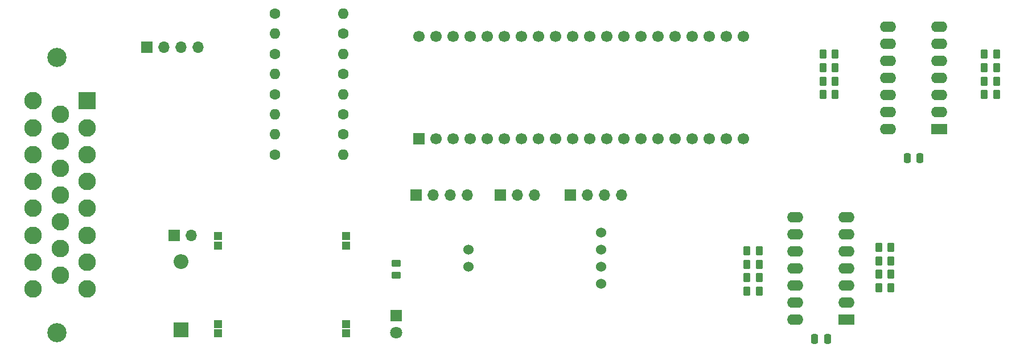
<source format=gbr>
%TF.GenerationSoftware,KiCad,Pcbnew,(6.0.2)*%
%TF.CreationDate,2022-03-14T17:04:01-03:00*%
%TF.ProjectId,EL-A0001-00500 - Telemetria Frontal,454c2d41-3030-4303-912d-303035303020,rev?*%
%TF.SameCoordinates,Original*%
%TF.FileFunction,Soldermask,Top*%
%TF.FilePolarity,Negative*%
%FSLAX46Y46*%
G04 Gerber Fmt 4.6, Leading zero omitted, Abs format (unit mm)*
G04 Created by KiCad (PCBNEW (6.0.2)) date 2022-03-14 17:04:01*
%MOMM*%
%LPD*%
G01*
G04 APERTURE LIST*
G04 Aperture macros list*
%AMRoundRect*
0 Rectangle with rounded corners*
0 $1 Rounding radius*
0 $2 $3 $4 $5 $6 $7 $8 $9 X,Y pos of 4 corners*
0 Add a 4 corners polygon primitive as box body*
4,1,4,$2,$3,$4,$5,$6,$7,$8,$9,$2,$3,0*
0 Add four circle primitives for the rounded corners*
1,1,$1+$1,$2,$3*
1,1,$1+$1,$4,$5*
1,1,$1+$1,$6,$7*
1,1,$1+$1,$8,$9*
0 Add four rect primitives between the rounded corners*
20,1,$1+$1,$2,$3,$4,$5,0*
20,1,$1+$1,$4,$5,$6,$7,0*
20,1,$1+$1,$6,$7,$8,$9,0*
20,1,$1+$1,$8,$9,$2,$3,0*%
G04 Aperture macros list end*
%ADD10RoundRect,0.250000X0.250000X0.475000X-0.250000X0.475000X-0.250000X-0.475000X0.250000X-0.475000X0*%
%ADD11C,1.600000*%
%ADD12O,1.600000X1.600000*%
%ADD13RoundRect,0.250000X-0.262500X-0.450000X0.262500X-0.450000X0.262500X0.450000X-0.262500X0.450000X0*%
%ADD14RoundRect,0.250000X0.262500X0.450000X-0.262500X0.450000X-0.262500X-0.450000X0.262500X-0.450000X0*%
%ADD15R,1.700000X1.700000*%
%ADD16O,1.700000X1.700000*%
%ADD17R,1.800000X1.800000*%
%ADD18C,1.800000*%
%ADD19R,2.400000X1.600000*%
%ADD20O,2.400000X1.600000*%
%ADD21R,2.200000X2.200000*%
%ADD22O,2.200000X2.200000*%
%ADD23RoundRect,0.250000X0.450000X-0.262500X0.450000X0.262500X-0.450000X0.262500X-0.450000X-0.262500X0*%
%ADD24R,1.308000X1.308000*%
%ADD25C,2.850000*%
%ADD26R,2.625000X2.625000*%
%ADD27C,2.625000*%
%ADD28C,1.700000*%
%ADD29C,1.524000*%
G04 APERTURE END LIST*
D10*
%TO.C,C1*%
X150125000Y-93415000D03*
X148225000Y-93415000D03*
%TD*%
D11*
%TO.C,R11*%
X67920000Y-57000000D03*
D12*
X78080000Y-57000000D03*
%TD*%
D11*
%TO.C,R2*%
X78080000Y-48000000D03*
D12*
X67920000Y-48000000D03*
%TD*%
D13*
%TO.C,R13*%
X138175000Y-82327500D03*
X140000000Y-82327500D03*
%TD*%
D14*
%TO.C,R23*%
X159587500Y-83827500D03*
X157762500Y-83827500D03*
%TD*%
D11*
%TO.C,R10*%
X78080000Y-60000000D03*
D12*
X67920000Y-60000000D03*
%TD*%
D11*
%TO.C,R3*%
X67920000Y-45000000D03*
D12*
X78080000Y-45000000D03*
%TD*%
D13*
%TO.C,R9*%
X149450000Y-55050000D03*
X151275000Y-55050000D03*
%TD*%
D14*
%TO.C,R6*%
X140000000Y-86327500D03*
X138175000Y-86327500D03*
%TD*%
D10*
%TO.C,C2*%
X163900000Y-66550000D03*
X162000000Y-66550000D03*
%TD*%
D15*
%TO.C,J3*%
X48920000Y-50000000D03*
D16*
X51460000Y-50000000D03*
X54000000Y-50000000D03*
X56540000Y-50000000D03*
%TD*%
D13*
%TO.C,R7*%
X138175000Y-84327500D03*
X140000000Y-84327500D03*
%TD*%
D14*
%TO.C,R21*%
X175275000Y-53050000D03*
X173450000Y-53050000D03*
%TD*%
D13*
%TO.C,R15*%
X149450000Y-53050000D03*
X151275000Y-53050000D03*
%TD*%
D17*
%TO.C,D2*%
X86000000Y-90000000D03*
D18*
X86000000Y-92540000D03*
%TD*%
D15*
%TO.C,J5*%
X101475000Y-72000000D03*
D16*
X104015000Y-72000000D03*
X106555000Y-72000000D03*
%TD*%
D19*
%TO.C,U4*%
X166775000Y-62175000D03*
D20*
X166775000Y-59635000D03*
X166775000Y-57095000D03*
X166775000Y-54555000D03*
X166775000Y-52015000D03*
X166775000Y-49475000D03*
X166775000Y-46935000D03*
X159155000Y-46935000D03*
X159155000Y-49475000D03*
X159155000Y-52015000D03*
X159155000Y-54555000D03*
X159155000Y-57095000D03*
X159155000Y-59635000D03*
X159155000Y-62175000D03*
%TD*%
D14*
%TO.C,R12*%
X140000000Y-80327500D03*
X138175000Y-80327500D03*
%TD*%
D21*
%TO.C,D1*%
X54000000Y-92080000D03*
D22*
X54000000Y-81920000D03*
%TD*%
D19*
%TO.C,U3*%
X153000000Y-90540000D03*
D20*
X153000000Y-88000000D03*
X153000000Y-85460000D03*
X153000000Y-82920000D03*
X153000000Y-80380000D03*
X153000000Y-77840000D03*
X153000000Y-75300000D03*
X145380000Y-75300000D03*
X145380000Y-77840000D03*
X145380000Y-80380000D03*
X145380000Y-82920000D03*
X145380000Y-85460000D03*
X145380000Y-88000000D03*
X145380000Y-90540000D03*
%TD*%
D14*
%TO.C,R19*%
X159587500Y-81827500D03*
X157762500Y-81827500D03*
%TD*%
%TO.C,R25*%
X175275000Y-55050000D03*
X173450000Y-55050000D03*
%TD*%
D15*
%TO.C,J6*%
X88950000Y-72000000D03*
D16*
X91490000Y-72000000D03*
X94030000Y-72000000D03*
X96570000Y-72000000D03*
%TD*%
D13*
%TO.C,R20*%
X173450000Y-51050000D03*
X175275000Y-51050000D03*
%TD*%
D23*
%TO.C,R1*%
X86000000Y-84000000D03*
X86000000Y-82175000D03*
%TD*%
D24*
%TO.C,U2*%
X59500000Y-78130000D03*
X59500000Y-79530000D03*
X59500000Y-91200000D03*
X59500000Y-92600000D03*
X78500000Y-78130000D03*
X78500000Y-79530000D03*
X78500000Y-91200000D03*
X78500000Y-92600000D03*
%TD*%
D13*
%TO.C,R22*%
X157762500Y-85827500D03*
X159587500Y-85827500D03*
%TD*%
D15*
%TO.C,J4*%
X111920000Y-72000000D03*
D16*
X114460000Y-72000000D03*
X117000000Y-72000000D03*
X119540000Y-72000000D03*
%TD*%
D13*
%TO.C,R18*%
X157762500Y-79827500D03*
X159587500Y-79827500D03*
%TD*%
D11*
%TO.C,R4*%
X78080000Y-54000000D03*
D12*
X67920000Y-54000000D03*
%TD*%
D11*
%TO.C,R17*%
X67920000Y-66000000D03*
D12*
X78080000Y-66000000D03*
%TD*%
D25*
%TO.C,J1*%
X35500000Y-51500000D03*
X35500000Y-92500000D03*
D26*
X40000000Y-58000000D03*
D27*
X40000000Y-62000000D03*
X40000000Y-66000000D03*
X40000000Y-70000000D03*
X40000000Y-74000000D03*
X40000000Y-78000000D03*
X40000000Y-82000000D03*
X40000000Y-86000000D03*
X36000000Y-60000000D03*
X36000000Y-64000000D03*
X36000000Y-68000000D03*
X36000000Y-72000000D03*
X36000000Y-76000000D03*
X36000000Y-80000000D03*
X36000000Y-84000000D03*
X32000000Y-58000000D03*
X32000000Y-62000000D03*
X32000000Y-66000000D03*
X32000000Y-70000000D03*
X32000000Y-74000000D03*
X32000000Y-78000000D03*
X32000000Y-82000000D03*
X32000000Y-86000000D03*
%TD*%
D14*
%TO.C,R8*%
X151275000Y-57050000D03*
X149450000Y-57050000D03*
%TD*%
%TO.C,R14*%
X151275000Y-51050000D03*
X149450000Y-51050000D03*
%TD*%
D15*
%TO.C,U1*%
X89370000Y-63620000D03*
D28*
X91910000Y-63620000D03*
X94450000Y-63620000D03*
X96990000Y-63620000D03*
X99530000Y-63620000D03*
X102070000Y-63620000D03*
X104610000Y-63620000D03*
X107150000Y-63620000D03*
X109690000Y-63620000D03*
X112230000Y-63620000D03*
X114770000Y-63620000D03*
X117310000Y-63620000D03*
X119850000Y-63620000D03*
X122390000Y-63620000D03*
X124930000Y-63620000D03*
X127470000Y-63620000D03*
X130010000Y-63620000D03*
X132550000Y-63620000D03*
X135090000Y-63620000D03*
X137630000Y-63620000D03*
X137630000Y-48380000D03*
X135090000Y-48380000D03*
X132550000Y-48380000D03*
X130010000Y-48380000D03*
X127470000Y-48380000D03*
X124930000Y-48380000D03*
X122390000Y-48380000D03*
X119850000Y-48380000D03*
X117310000Y-48380000D03*
X114770000Y-48380000D03*
X112230000Y-48380000D03*
X109690000Y-48380000D03*
X107150000Y-48380000D03*
X104610000Y-48380000D03*
X102070000Y-48380000D03*
X99530000Y-48380000D03*
X96990000Y-48380000D03*
X94450000Y-48380000D03*
X91910000Y-48380000D03*
X89370000Y-48380000D03*
%TD*%
D11*
%TO.C,R16*%
X78080000Y-63000000D03*
D12*
X67920000Y-63000000D03*
%TD*%
D29*
%TO.C,U5*%
X116430000Y-85222500D03*
X116430000Y-82682500D03*
X116430000Y-80142500D03*
X116430000Y-77602500D03*
X96745000Y-82682500D03*
X96745000Y-80142500D03*
%TD*%
D13*
%TO.C,R24*%
X173450000Y-57050000D03*
X175275000Y-57050000D03*
%TD*%
D11*
%TO.C,R5*%
X67920000Y-51000000D03*
D12*
X78080000Y-51000000D03*
%TD*%
D15*
%TO.C,J2*%
X53000000Y-78000000D03*
D16*
X55540000Y-78000000D03*
%TD*%
M02*

</source>
